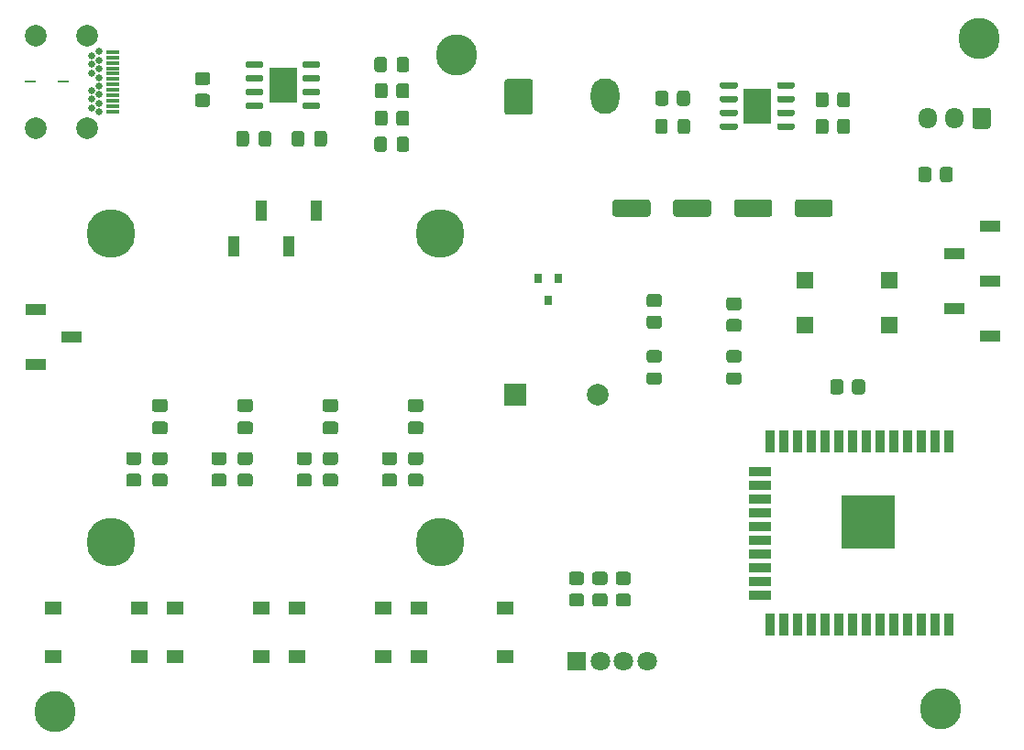
<source format=gbr>
%TF.GenerationSoftware,KiCad,Pcbnew,(5.1.10-1-10_14)*%
%TF.CreationDate,2021-12-15T11:30:22-05:00*%
%TF.ProjectId,PCB_Design,5043425f-4465-4736-9967-6e2e6b696361,rev?*%
%TF.SameCoordinates,Original*%
%TF.FileFunction,Soldermask,Top*%
%TF.FilePolarity,Negative*%
%FSLAX46Y46*%
G04 Gerber Fmt 4.6, Leading zero omitted, Abs format (unit mm)*
G04 Created by KiCad (PCBNEW (5.1.10-1-10_14)) date 2021-12-15 11:30:22*
%MOMM*%
%LPD*%
G01*
G04 APERTURE LIST*
%ADD10R,1.000000X1.900000*%
%ADD11C,4.500000*%
%ADD12C,3.800000*%
%ADD13R,1.500000X1.500000*%
%ADD14O,2.640000X3.300000*%
%ADD15R,1.900000X1.000000*%
%ADD16R,1.550000X1.300000*%
%ADD17R,2.000000X2.000000*%
%ADD18C,2.000000*%
%ADD19R,1.800000X1.800000*%
%ADD20C,1.800000*%
%ADD21R,2.514000X3.200000*%
%ADD22C,0.650000*%
%ADD23R,1.200000X0.300000*%
%ADD24R,1.000000X0.200000*%
%ADD25C,2.012000*%
%ADD26R,0.800000X0.900000*%
%ADD27O,1.700000X1.950000*%
%ADD28R,5.000000X5.000000*%
%ADD29R,0.900000X2.000000*%
%ADD30R,2.000000X0.900000*%
G04 APERTURE END LIST*
D10*
%TO.C,Conn_OLED1*%
X91503500Y-110110000D03*
X86423500Y-110110000D03*
X88963500Y-113410000D03*
X83883500Y-113410000D03*
D11*
X72493500Y-140760000D03*
X72493500Y-112260000D03*
X102893500Y-112260000D03*
X102893500Y-140760000D03*
%TD*%
D12*
%TO.C,Tornillo vier*%
X149098000Y-156210000D03*
%TD*%
%TO.C,Tornillo drei*%
X67310000Y-156464000D03*
%TD*%
%TO.C,Tornillo zwei*%
X152654000Y-94234000D03*
%TD*%
%TO.C,Tornillo eins*%
X104394000Y-95758000D03*
%TD*%
D13*
%TO.C,SW1*%
X136612800Y-120700800D03*
X144412800Y-120700800D03*
%TD*%
%TO.C,SW2*%
X144412800Y-116586000D03*
X136612800Y-116586000D03*
%TD*%
D14*
%TO.C,SW_ONOFF1*%
X118110000Y-99568000D03*
G36*
G01*
X111242500Y-101281500D02*
X109102500Y-101281500D01*
G75*
G02*
X108852500Y-101031500I0J250000D01*
G01*
X108852500Y-98231500D01*
G75*
G02*
X109102500Y-97981500I250000J0D01*
G01*
X111242500Y-97981500D01*
G75*
G02*
X111492500Y-98231500I0J-250000D01*
G01*
X111492500Y-101031500D01*
G75*
G02*
X111242500Y-101281500I-250000J0D01*
G01*
G37*
%TD*%
D15*
%TO.C,Conn_prog1*%
X150369000Y-114109500D03*
X150369000Y-119189500D03*
X153669000Y-111569500D03*
X153669000Y-116649500D03*
X153669000Y-121729500D03*
%TD*%
%TO.C,Conn_I2C1*%
X68833000Y-121856500D03*
X65533000Y-124396500D03*
X65533000Y-119316500D03*
%TD*%
D16*
%TO.C,BT4*%
X67208500Y-146911500D03*
X67208500Y-151411500D03*
X75158500Y-151411500D03*
X75158500Y-146911500D03*
%TD*%
%TO.C,BT3*%
X78448000Y-146911500D03*
X78448000Y-151411500D03*
X86398000Y-151411500D03*
X86398000Y-146911500D03*
%TD*%
%TO.C,BT2*%
X89687500Y-146911500D03*
X89687500Y-151411500D03*
X97637500Y-151411500D03*
X97637500Y-146911500D03*
%TD*%
%TO.C,BT1*%
X100927500Y-146911500D03*
X100927500Y-151411500D03*
X108877500Y-151411500D03*
X108877500Y-146911500D03*
%TD*%
%TO.C,Cd4*%
G36*
G01*
X76550500Y-129651000D02*
X77500500Y-129651000D01*
G75*
G02*
X77750500Y-129901000I0J-250000D01*
G01*
X77750500Y-130576000D01*
G75*
G02*
X77500500Y-130826000I-250000J0D01*
G01*
X76550500Y-130826000D01*
G75*
G02*
X76300500Y-130576000I0J250000D01*
G01*
X76300500Y-129901000D01*
G75*
G02*
X76550500Y-129651000I250000J0D01*
G01*
G37*
G36*
G01*
X76550500Y-127576000D02*
X77500500Y-127576000D01*
G75*
G02*
X77750500Y-127826000I0J-250000D01*
G01*
X77750500Y-128501000D01*
G75*
G02*
X77500500Y-128751000I-250000J0D01*
G01*
X76550500Y-128751000D01*
G75*
G02*
X76300500Y-128501000I0J250000D01*
G01*
X76300500Y-127826000D01*
G75*
G02*
X76550500Y-127576000I250000J0D01*
G01*
G37*
%TD*%
%TO.C,Cd3*%
G36*
G01*
X84424500Y-129651000D02*
X85374500Y-129651000D01*
G75*
G02*
X85624500Y-129901000I0J-250000D01*
G01*
X85624500Y-130576000D01*
G75*
G02*
X85374500Y-130826000I-250000J0D01*
G01*
X84424500Y-130826000D01*
G75*
G02*
X84174500Y-130576000I0J250000D01*
G01*
X84174500Y-129901000D01*
G75*
G02*
X84424500Y-129651000I250000J0D01*
G01*
G37*
G36*
G01*
X84424500Y-127576000D02*
X85374500Y-127576000D01*
G75*
G02*
X85624500Y-127826000I0J-250000D01*
G01*
X85624500Y-128501000D01*
G75*
G02*
X85374500Y-128751000I-250000J0D01*
G01*
X84424500Y-128751000D01*
G75*
G02*
X84174500Y-128501000I0J250000D01*
G01*
X84174500Y-127826000D01*
G75*
G02*
X84424500Y-127576000I250000J0D01*
G01*
G37*
%TD*%
%TO.C,Cd2*%
G36*
G01*
X92298500Y-129651000D02*
X93248500Y-129651000D01*
G75*
G02*
X93498500Y-129901000I0J-250000D01*
G01*
X93498500Y-130576000D01*
G75*
G02*
X93248500Y-130826000I-250000J0D01*
G01*
X92298500Y-130826000D01*
G75*
G02*
X92048500Y-130576000I0J250000D01*
G01*
X92048500Y-129901000D01*
G75*
G02*
X92298500Y-129651000I250000J0D01*
G01*
G37*
G36*
G01*
X92298500Y-127576000D02*
X93248500Y-127576000D01*
G75*
G02*
X93498500Y-127826000I0J-250000D01*
G01*
X93498500Y-128501000D01*
G75*
G02*
X93248500Y-128751000I-250000J0D01*
G01*
X92298500Y-128751000D01*
G75*
G02*
X92048500Y-128501000I0J250000D01*
G01*
X92048500Y-127826000D01*
G75*
G02*
X92298500Y-127576000I250000J0D01*
G01*
G37*
%TD*%
%TO.C,Cd1*%
G36*
G01*
X100172500Y-129651000D02*
X101122500Y-129651000D01*
G75*
G02*
X101372500Y-129901000I0J-250000D01*
G01*
X101372500Y-130576000D01*
G75*
G02*
X101122500Y-130826000I-250000J0D01*
G01*
X100172500Y-130826000D01*
G75*
G02*
X99922500Y-130576000I0J250000D01*
G01*
X99922500Y-129901000D01*
G75*
G02*
X100172500Y-129651000I250000J0D01*
G01*
G37*
G36*
G01*
X100172500Y-127576000D02*
X101122500Y-127576000D01*
G75*
G02*
X101372500Y-127826000I0J-250000D01*
G01*
X101372500Y-128501000D01*
G75*
G02*
X101122500Y-128751000I-250000J0D01*
G01*
X100172500Y-128751000D01*
G75*
G02*
X99922500Y-128501000I0J250000D01*
G01*
X99922500Y-127826000D01*
G75*
G02*
X100172500Y-127576000I250000J0D01*
G01*
G37*
%TD*%
%TO.C,C2*%
G36*
G01*
X90376500Y-103030000D02*
X90376500Y-103980000D01*
G75*
G02*
X90126500Y-104230000I-250000J0D01*
G01*
X89451500Y-104230000D01*
G75*
G02*
X89201500Y-103980000I0J250000D01*
G01*
X89201500Y-103030000D01*
G75*
G02*
X89451500Y-102780000I250000J0D01*
G01*
X90126500Y-102780000D01*
G75*
G02*
X90376500Y-103030000I0J-250000D01*
G01*
G37*
G36*
G01*
X92451500Y-103030000D02*
X92451500Y-103980000D01*
G75*
G02*
X92201500Y-104230000I-250000J0D01*
G01*
X91526500Y-104230000D01*
G75*
G02*
X91276500Y-103980000I0J250000D01*
G01*
X91276500Y-103030000D01*
G75*
G02*
X91526500Y-102780000I250000J0D01*
G01*
X92201500Y-102780000D01*
G75*
G02*
X92451500Y-103030000I0J-250000D01*
G01*
G37*
%TD*%
%TO.C,C1*%
G36*
G01*
X86153500Y-103980000D02*
X86153500Y-103030000D01*
G75*
G02*
X86403500Y-102780000I250000J0D01*
G01*
X87078500Y-102780000D01*
G75*
G02*
X87328500Y-103030000I0J-250000D01*
G01*
X87328500Y-103980000D01*
G75*
G02*
X87078500Y-104230000I-250000J0D01*
G01*
X86403500Y-104230000D01*
G75*
G02*
X86153500Y-103980000I0J250000D01*
G01*
G37*
G36*
G01*
X84078500Y-103980000D02*
X84078500Y-103030000D01*
G75*
G02*
X84328500Y-102780000I250000J0D01*
G01*
X85003500Y-102780000D01*
G75*
G02*
X85253500Y-103030000I0J-250000D01*
G01*
X85253500Y-103980000D01*
G75*
G02*
X85003500Y-104230000I-250000J0D01*
G01*
X84328500Y-104230000D01*
G75*
G02*
X84078500Y-103980000I0J250000D01*
G01*
G37*
%TD*%
%TO.C,4.7k1*%
G36*
G01*
X149069500Y-107257001D02*
X149069500Y-106356999D01*
G75*
G02*
X149319499Y-106107000I249999J0D01*
G01*
X150019501Y-106107000D01*
G75*
G02*
X150269500Y-106356999I0J-249999D01*
G01*
X150269500Y-107257001D01*
G75*
G02*
X150019501Y-107507000I-249999J0D01*
G01*
X149319499Y-107507000D01*
G75*
G02*
X149069500Y-107257001I0J249999D01*
G01*
G37*
G36*
G01*
X147069500Y-107257001D02*
X147069500Y-106356999D01*
G75*
G02*
X147319499Y-106107000I249999J0D01*
G01*
X148019501Y-106107000D01*
G75*
G02*
X148269500Y-106356999I0J-249999D01*
G01*
X148269500Y-107257001D01*
G75*
G02*
X148019501Y-107507000I-249999J0D01*
G01*
X147319499Y-107507000D01*
G75*
G02*
X147069500Y-107257001I0J249999D01*
G01*
G37*
%TD*%
D17*
%TO.C,Buzzer1*%
X109855000Y-127190500D03*
D18*
X117455000Y-127190500D03*
%TD*%
D19*
%TO.C,D1*%
X115519200Y-151790400D03*
D20*
X117678200Y-151790400D03*
X119837200Y-151790400D03*
X121996200Y-151790400D03*
%TD*%
%TO.C,FlagLED_R1*%
G36*
G01*
X122787500Y-102812001D02*
X122787500Y-101911999D01*
G75*
G02*
X123037499Y-101662000I249999J0D01*
G01*
X123687501Y-101662000D01*
G75*
G02*
X123937500Y-101911999I0J-249999D01*
G01*
X123937500Y-102812001D01*
G75*
G02*
X123687501Y-103062000I-249999J0D01*
G01*
X123037499Y-103062000D01*
G75*
G02*
X122787500Y-102812001I0J249999D01*
G01*
G37*
G36*
G01*
X124837500Y-102812001D02*
X124837500Y-101911999D01*
G75*
G02*
X125087499Y-101662000I249999J0D01*
G01*
X125737501Y-101662000D01*
G75*
G02*
X125987500Y-101911999I0J-249999D01*
G01*
X125987500Y-102812001D01*
G75*
G02*
X125737501Y-103062000I-249999J0D01*
G01*
X125087499Y-103062000D01*
G75*
G02*
X124837500Y-102812001I0J249999D01*
G01*
G37*
%TD*%
%TO.C,gLED1*%
G36*
G01*
X97991400Y-103562999D02*
X97991400Y-104463001D01*
G75*
G02*
X97741401Y-104713000I-249999J0D01*
G01*
X97091399Y-104713000D01*
G75*
G02*
X96841400Y-104463001I0J249999D01*
G01*
X96841400Y-103562999D01*
G75*
G02*
X97091399Y-103313000I249999J0D01*
G01*
X97741401Y-103313000D01*
G75*
G02*
X97991400Y-103562999I0J-249999D01*
G01*
G37*
G36*
G01*
X100041400Y-103562999D02*
X100041400Y-104463001D01*
G75*
G02*
X99791401Y-104713000I-249999J0D01*
G01*
X99141399Y-104713000D01*
G75*
G02*
X98891400Y-104463001I0J249999D01*
G01*
X98891400Y-103562999D01*
G75*
G02*
X99141399Y-103313000I249999J0D01*
G01*
X99791401Y-103313000D01*
G75*
G02*
X100041400Y-103562999I0J-249999D01*
G01*
G37*
%TD*%
D21*
%TO.C,IC1*%
X132207000Y-100457000D03*
G36*
G01*
X134032000Y-98702000D02*
X134032000Y-98402000D01*
G75*
G02*
X134182000Y-98252000I150000J0D01*
G01*
X135507000Y-98252000D01*
G75*
G02*
X135657000Y-98402000I0J-150000D01*
G01*
X135657000Y-98702000D01*
G75*
G02*
X135507000Y-98852000I-150000J0D01*
G01*
X134182000Y-98852000D01*
G75*
G02*
X134032000Y-98702000I0J150000D01*
G01*
G37*
G36*
G01*
X134032000Y-99972000D02*
X134032000Y-99672000D01*
G75*
G02*
X134182000Y-99522000I150000J0D01*
G01*
X135507000Y-99522000D01*
G75*
G02*
X135657000Y-99672000I0J-150000D01*
G01*
X135657000Y-99972000D01*
G75*
G02*
X135507000Y-100122000I-150000J0D01*
G01*
X134182000Y-100122000D01*
G75*
G02*
X134032000Y-99972000I0J150000D01*
G01*
G37*
G36*
G01*
X134032000Y-101242000D02*
X134032000Y-100942000D01*
G75*
G02*
X134182000Y-100792000I150000J0D01*
G01*
X135507000Y-100792000D01*
G75*
G02*
X135657000Y-100942000I0J-150000D01*
G01*
X135657000Y-101242000D01*
G75*
G02*
X135507000Y-101392000I-150000J0D01*
G01*
X134182000Y-101392000D01*
G75*
G02*
X134032000Y-101242000I0J150000D01*
G01*
G37*
G36*
G01*
X134032000Y-102512000D02*
X134032000Y-102212000D01*
G75*
G02*
X134182000Y-102062000I150000J0D01*
G01*
X135507000Y-102062000D01*
G75*
G02*
X135657000Y-102212000I0J-150000D01*
G01*
X135657000Y-102512000D01*
G75*
G02*
X135507000Y-102662000I-150000J0D01*
G01*
X134182000Y-102662000D01*
G75*
G02*
X134032000Y-102512000I0J150000D01*
G01*
G37*
G36*
G01*
X128757000Y-102512000D02*
X128757000Y-102212000D01*
G75*
G02*
X128907000Y-102062000I150000J0D01*
G01*
X130232000Y-102062000D01*
G75*
G02*
X130382000Y-102212000I0J-150000D01*
G01*
X130382000Y-102512000D01*
G75*
G02*
X130232000Y-102662000I-150000J0D01*
G01*
X128907000Y-102662000D01*
G75*
G02*
X128757000Y-102512000I0J150000D01*
G01*
G37*
G36*
G01*
X128757000Y-101242000D02*
X128757000Y-100942000D01*
G75*
G02*
X128907000Y-100792000I150000J0D01*
G01*
X130232000Y-100792000D01*
G75*
G02*
X130382000Y-100942000I0J-150000D01*
G01*
X130382000Y-101242000D01*
G75*
G02*
X130232000Y-101392000I-150000J0D01*
G01*
X128907000Y-101392000D01*
G75*
G02*
X128757000Y-101242000I0J150000D01*
G01*
G37*
G36*
G01*
X128757000Y-99972000D02*
X128757000Y-99672000D01*
G75*
G02*
X128907000Y-99522000I150000J0D01*
G01*
X130232000Y-99522000D01*
G75*
G02*
X130382000Y-99672000I0J-150000D01*
G01*
X130382000Y-99972000D01*
G75*
G02*
X130232000Y-100122000I-150000J0D01*
G01*
X128907000Y-100122000D01*
G75*
G02*
X128757000Y-99972000I0J150000D01*
G01*
G37*
G36*
G01*
X128757000Y-98702000D02*
X128757000Y-98402000D01*
G75*
G02*
X128907000Y-98252000I150000J0D01*
G01*
X130232000Y-98252000D01*
G75*
G02*
X130382000Y-98402000I0J-150000D01*
G01*
X130382000Y-98702000D01*
G75*
G02*
X130232000Y-98852000I-150000J0D01*
G01*
X128907000Y-98852000D01*
G75*
G02*
X128757000Y-98702000I0J150000D01*
G01*
G37*
%TD*%
%TO.C,J1*%
G36*
G01*
X84942000Y-96797000D02*
X84942000Y-96497000D01*
G75*
G02*
X85092000Y-96347000I150000J0D01*
G01*
X86417000Y-96347000D01*
G75*
G02*
X86567000Y-96497000I0J-150000D01*
G01*
X86567000Y-96797000D01*
G75*
G02*
X86417000Y-96947000I-150000J0D01*
G01*
X85092000Y-96947000D01*
G75*
G02*
X84942000Y-96797000I0J150000D01*
G01*
G37*
G36*
G01*
X84942000Y-98067000D02*
X84942000Y-97767000D01*
G75*
G02*
X85092000Y-97617000I150000J0D01*
G01*
X86417000Y-97617000D01*
G75*
G02*
X86567000Y-97767000I0J-150000D01*
G01*
X86567000Y-98067000D01*
G75*
G02*
X86417000Y-98217000I-150000J0D01*
G01*
X85092000Y-98217000D01*
G75*
G02*
X84942000Y-98067000I0J150000D01*
G01*
G37*
G36*
G01*
X84942000Y-99337000D02*
X84942000Y-99037000D01*
G75*
G02*
X85092000Y-98887000I150000J0D01*
G01*
X86417000Y-98887000D01*
G75*
G02*
X86567000Y-99037000I0J-150000D01*
G01*
X86567000Y-99337000D01*
G75*
G02*
X86417000Y-99487000I-150000J0D01*
G01*
X85092000Y-99487000D01*
G75*
G02*
X84942000Y-99337000I0J150000D01*
G01*
G37*
G36*
G01*
X84942000Y-100607000D02*
X84942000Y-100307000D01*
G75*
G02*
X85092000Y-100157000I150000J0D01*
G01*
X86417000Y-100157000D01*
G75*
G02*
X86567000Y-100307000I0J-150000D01*
G01*
X86567000Y-100607000D01*
G75*
G02*
X86417000Y-100757000I-150000J0D01*
G01*
X85092000Y-100757000D01*
G75*
G02*
X84942000Y-100607000I0J150000D01*
G01*
G37*
G36*
G01*
X90217000Y-100607000D02*
X90217000Y-100307000D01*
G75*
G02*
X90367000Y-100157000I150000J0D01*
G01*
X91692000Y-100157000D01*
G75*
G02*
X91842000Y-100307000I0J-150000D01*
G01*
X91842000Y-100607000D01*
G75*
G02*
X91692000Y-100757000I-150000J0D01*
G01*
X90367000Y-100757000D01*
G75*
G02*
X90217000Y-100607000I0J150000D01*
G01*
G37*
G36*
G01*
X90217000Y-99337000D02*
X90217000Y-99037000D01*
G75*
G02*
X90367000Y-98887000I150000J0D01*
G01*
X91692000Y-98887000D01*
G75*
G02*
X91842000Y-99037000I0J-150000D01*
G01*
X91842000Y-99337000D01*
G75*
G02*
X91692000Y-99487000I-150000J0D01*
G01*
X90367000Y-99487000D01*
G75*
G02*
X90217000Y-99337000I0J150000D01*
G01*
G37*
G36*
G01*
X90217000Y-98067000D02*
X90217000Y-97767000D01*
G75*
G02*
X90367000Y-97617000I150000J0D01*
G01*
X91692000Y-97617000D01*
G75*
G02*
X91842000Y-97767000I0J-150000D01*
G01*
X91842000Y-98067000D01*
G75*
G02*
X91692000Y-98217000I-150000J0D01*
G01*
X90367000Y-98217000D01*
G75*
G02*
X90217000Y-98067000I0J150000D01*
G01*
G37*
G36*
G01*
X90217000Y-96797000D02*
X90217000Y-96497000D01*
G75*
G02*
X90367000Y-96347000I150000J0D01*
G01*
X91692000Y-96347000D01*
G75*
G02*
X91842000Y-96497000I0J-150000D01*
G01*
X91842000Y-96797000D01*
G75*
G02*
X91692000Y-96947000I-150000J0D01*
G01*
X90367000Y-96947000D01*
G75*
G02*
X90217000Y-96797000I0J150000D01*
G01*
G37*
X88392000Y-98552000D03*
%TD*%
D22*
%TO.C,J2*%
X71447000Y-95434500D03*
X70747000Y-95834500D03*
X70747000Y-96634500D03*
X71447000Y-97034500D03*
X70747000Y-97434500D03*
X71447000Y-97834500D03*
X71447000Y-98634500D03*
X70747000Y-99034500D03*
X71447000Y-99434500D03*
X70747000Y-99834500D03*
X70747000Y-100634500D03*
X71447000Y-101034500D03*
D23*
X72697000Y-100984500D03*
X72697000Y-100484500D03*
X72697000Y-99984500D03*
X72697000Y-99484500D03*
X72697000Y-98984500D03*
X72697000Y-98484500D03*
X72697000Y-97984500D03*
X72697000Y-97484500D03*
X72697000Y-96984500D03*
X72697000Y-96484500D03*
X72697000Y-95984500D03*
X72697000Y-95484500D03*
D24*
X65017000Y-98234500D03*
X68117000Y-98234500D03*
D25*
X65567000Y-93964500D03*
X65567000Y-102504500D03*
X70297000Y-93964500D03*
X70297000Y-102504500D03*
D22*
X71447000Y-96234500D03*
X71447000Y-100234500D03*
%TD*%
%TO.C,LED_Piloto_G1*%
G36*
G01*
X130498001Y-124191500D02*
X129597999Y-124191500D01*
G75*
G02*
X129348000Y-123941501I0J249999D01*
G01*
X129348000Y-123291499D01*
G75*
G02*
X129597999Y-123041500I249999J0D01*
G01*
X130498001Y-123041500D01*
G75*
G02*
X130748000Y-123291499I0J-249999D01*
G01*
X130748000Y-123941501D01*
G75*
G02*
X130498001Y-124191500I-249999J0D01*
G01*
G37*
G36*
G01*
X130498001Y-126241500D02*
X129597999Y-126241500D01*
G75*
G02*
X129348000Y-125991501I0J249999D01*
G01*
X129348000Y-125341499D01*
G75*
G02*
X129597999Y-125091500I249999J0D01*
G01*
X130498001Y-125091500D01*
G75*
G02*
X130748000Y-125341499I0J-249999D01*
G01*
X130748000Y-125991501D01*
G75*
G02*
X130498001Y-126241500I-249999J0D01*
G01*
G37*
%TD*%
%TO.C,LED_Prog_B1*%
G36*
G01*
X122231999Y-123041500D02*
X123132001Y-123041500D01*
G75*
G02*
X123382000Y-123291499I0J-249999D01*
G01*
X123382000Y-123941501D01*
G75*
G02*
X123132001Y-124191500I-249999J0D01*
G01*
X122231999Y-124191500D01*
G75*
G02*
X121982000Y-123941501I0J249999D01*
G01*
X121982000Y-123291499D01*
G75*
G02*
X122231999Y-123041500I249999J0D01*
G01*
G37*
G36*
G01*
X122231999Y-125091500D02*
X123132001Y-125091500D01*
G75*
G02*
X123382000Y-125341499I0J-249999D01*
G01*
X123382000Y-125991501D01*
G75*
G02*
X123132001Y-126241500I-249999J0D01*
G01*
X122231999Y-126241500D01*
G75*
G02*
X121982000Y-125991501I0J249999D01*
G01*
X121982000Y-125341499D01*
G75*
G02*
X122231999Y-125091500I249999J0D01*
G01*
G37*
%TD*%
D26*
%TO.C,NMOS_Buzzer1*%
X113853000Y-116411500D03*
X111953000Y-116411500D03*
X112903000Y-118411500D03*
%TD*%
%TO.C,R1*%
G36*
G01*
X140776000Y-101911999D02*
X140776000Y-102812001D01*
G75*
G02*
X140526001Y-103062000I-249999J0D01*
G01*
X139825999Y-103062000D01*
G75*
G02*
X139576000Y-102812001I0J249999D01*
G01*
X139576000Y-101911999D01*
G75*
G02*
X139825999Y-101662000I249999J0D01*
G01*
X140526001Y-101662000D01*
G75*
G02*
X140776000Y-101911999I0J-249999D01*
G01*
G37*
G36*
G01*
X138776000Y-101911999D02*
X138776000Y-102812001D01*
G75*
G02*
X138526001Y-103062000I-249999J0D01*
G01*
X137825999Y-103062000D01*
G75*
G02*
X137576000Y-102812001I0J249999D01*
G01*
X137576000Y-101911999D01*
G75*
G02*
X137825999Y-101662000I249999J0D01*
G01*
X138526001Y-101662000D01*
G75*
G02*
X138776000Y-101911999I0J-249999D01*
G01*
G37*
%TD*%
%TO.C,R2*%
G36*
G01*
X137576000Y-100335501D02*
X137576000Y-99435499D01*
G75*
G02*
X137825999Y-99185500I249999J0D01*
G01*
X138526001Y-99185500D01*
G75*
G02*
X138776000Y-99435499I0J-249999D01*
G01*
X138776000Y-100335501D01*
G75*
G02*
X138526001Y-100585500I-249999J0D01*
G01*
X137825999Y-100585500D01*
G75*
G02*
X137576000Y-100335501I0J249999D01*
G01*
G37*
G36*
G01*
X139576000Y-100335501D02*
X139576000Y-99435499D01*
G75*
G02*
X139825999Y-99185500I249999J0D01*
G01*
X140526001Y-99185500D01*
G75*
G02*
X140776000Y-99435499I0J-249999D01*
G01*
X140776000Y-100335501D01*
G75*
G02*
X140526001Y-100585500I-249999J0D01*
G01*
X139825999Y-100585500D01*
G75*
G02*
X139576000Y-100335501I0J249999D01*
G01*
G37*
%TD*%
%TO.C,R_gLED1*%
G36*
G01*
X96866400Y-102050001D02*
X96866400Y-101149999D01*
G75*
G02*
X97116399Y-100900000I249999J0D01*
G01*
X97816401Y-100900000D01*
G75*
G02*
X98066400Y-101149999I0J-249999D01*
G01*
X98066400Y-102050001D01*
G75*
G02*
X97816401Y-102300000I-249999J0D01*
G01*
X97116399Y-102300000D01*
G75*
G02*
X96866400Y-102050001I0J249999D01*
G01*
G37*
G36*
G01*
X98866400Y-102050001D02*
X98866400Y-101149999D01*
G75*
G02*
X99116399Y-100900000I249999J0D01*
G01*
X99816401Y-100900000D01*
G75*
G02*
X100066400Y-101149999I0J-249999D01*
G01*
X100066400Y-102050001D01*
G75*
G02*
X99816401Y-102300000I-249999J0D01*
G01*
X99116399Y-102300000D01*
G75*
G02*
X98866400Y-102050001I0J249999D01*
G01*
G37*
%TD*%
%TO.C,R_Piloto1*%
G36*
G01*
X129597999Y-120161000D02*
X130498001Y-120161000D01*
G75*
G02*
X130748000Y-120410999I0J-249999D01*
G01*
X130748000Y-121111001D01*
G75*
G02*
X130498001Y-121361000I-249999J0D01*
G01*
X129597999Y-121361000D01*
G75*
G02*
X129348000Y-121111001I0J249999D01*
G01*
X129348000Y-120410999D01*
G75*
G02*
X129597999Y-120161000I249999J0D01*
G01*
G37*
G36*
G01*
X129597999Y-118161000D02*
X130498001Y-118161000D01*
G75*
G02*
X130748000Y-118410999I0J-249999D01*
G01*
X130748000Y-119111001D01*
G75*
G02*
X130498001Y-119361000I-249999J0D01*
G01*
X129597999Y-119361000D01*
G75*
G02*
X129348000Y-119111001I0J249999D01*
G01*
X129348000Y-118410999D01*
G75*
G02*
X129597999Y-118161000I249999J0D01*
G01*
G37*
%TD*%
%TO.C,R_PROG1*%
G36*
G01*
X80512499Y-99349000D02*
X81412501Y-99349000D01*
G75*
G02*
X81662500Y-99598999I0J-249999D01*
G01*
X81662500Y-100299001D01*
G75*
G02*
X81412501Y-100549000I-249999J0D01*
G01*
X80512499Y-100549000D01*
G75*
G02*
X80262500Y-100299001I0J249999D01*
G01*
X80262500Y-99598999D01*
G75*
G02*
X80512499Y-99349000I249999J0D01*
G01*
G37*
G36*
G01*
X80512499Y-97349000D02*
X81412501Y-97349000D01*
G75*
G02*
X81662500Y-97598999I0J-249999D01*
G01*
X81662500Y-98299001D01*
G75*
G02*
X81412501Y-98549000I-249999J0D01*
G01*
X80512499Y-98549000D01*
G75*
G02*
X80262500Y-98299001I0J249999D01*
G01*
X80262500Y-97598999D01*
G75*
G02*
X80512499Y-97349000I249999J0D01*
G01*
G37*
%TD*%
%TO.C,R_Prog_B1*%
G36*
G01*
X122231999Y-119859500D02*
X123132001Y-119859500D01*
G75*
G02*
X123382000Y-120109499I0J-249999D01*
G01*
X123382000Y-120809501D01*
G75*
G02*
X123132001Y-121059500I-249999J0D01*
G01*
X122231999Y-121059500D01*
G75*
G02*
X121982000Y-120809501I0J249999D01*
G01*
X121982000Y-120109499D01*
G75*
G02*
X122231999Y-119859500I249999J0D01*
G01*
G37*
G36*
G01*
X122231999Y-117859500D02*
X123132001Y-117859500D01*
G75*
G02*
X123382000Y-118109499I0J-249999D01*
G01*
X123382000Y-118809501D01*
G75*
G02*
X123132001Y-119059500I-249999J0D01*
G01*
X122231999Y-119059500D01*
G75*
G02*
X121982000Y-118809501I0J249999D01*
G01*
X121982000Y-118109499D01*
G75*
G02*
X122231999Y-117859500I249999J0D01*
G01*
G37*
%TD*%
%TO.C,R_RGB_B1*%
G36*
G01*
X115956501Y-144745000D02*
X115056499Y-144745000D01*
G75*
G02*
X114806500Y-144495001I0J249999D01*
G01*
X114806500Y-143794999D01*
G75*
G02*
X115056499Y-143545000I249999J0D01*
G01*
X115956501Y-143545000D01*
G75*
G02*
X116206500Y-143794999I0J-249999D01*
G01*
X116206500Y-144495001D01*
G75*
G02*
X115956501Y-144745000I-249999J0D01*
G01*
G37*
G36*
G01*
X115956501Y-146745000D02*
X115056499Y-146745000D01*
G75*
G02*
X114806500Y-146495001I0J249999D01*
G01*
X114806500Y-145794999D01*
G75*
G02*
X115056499Y-145545000I249999J0D01*
G01*
X115956501Y-145545000D01*
G75*
G02*
X116206500Y-145794999I0J-249999D01*
G01*
X116206500Y-146495001D01*
G75*
G02*
X115956501Y-146745000I-249999J0D01*
G01*
G37*
%TD*%
%TO.C,R_RGB_G1*%
G36*
G01*
X118115501Y-146745000D02*
X117215499Y-146745000D01*
G75*
G02*
X116965500Y-146495001I0J249999D01*
G01*
X116965500Y-145794999D01*
G75*
G02*
X117215499Y-145545000I249999J0D01*
G01*
X118115501Y-145545000D01*
G75*
G02*
X118365500Y-145794999I0J-249999D01*
G01*
X118365500Y-146495001D01*
G75*
G02*
X118115501Y-146745000I-249999J0D01*
G01*
G37*
G36*
G01*
X118115501Y-144745000D02*
X117215499Y-144745000D01*
G75*
G02*
X116965500Y-144495001I0J249999D01*
G01*
X116965500Y-143794999D01*
G75*
G02*
X117215499Y-143545000I249999J0D01*
G01*
X118115501Y-143545000D01*
G75*
G02*
X118365500Y-143794999I0J-249999D01*
G01*
X118365500Y-144495001D01*
G75*
G02*
X118115501Y-144745000I-249999J0D01*
G01*
G37*
%TD*%
%TO.C,R_RGB_R1*%
G36*
G01*
X120274501Y-144745000D02*
X119374499Y-144745000D01*
G75*
G02*
X119124500Y-144495001I0J249999D01*
G01*
X119124500Y-143794999D01*
G75*
G02*
X119374499Y-143545000I249999J0D01*
G01*
X120274501Y-143545000D01*
G75*
G02*
X120524500Y-143794999I0J-249999D01*
G01*
X120524500Y-144495001D01*
G75*
G02*
X120274501Y-144745000I-249999J0D01*
G01*
G37*
G36*
G01*
X120274501Y-146745000D02*
X119374499Y-146745000D01*
G75*
G02*
X119124500Y-146495001I0J249999D01*
G01*
X119124500Y-145794999D01*
G75*
G02*
X119374499Y-145545000I249999J0D01*
G01*
X120274501Y-145545000D01*
G75*
G02*
X120524500Y-145794999I0J-249999D01*
G01*
X120524500Y-146495001D01*
G75*
G02*
X120274501Y-146745000I-249999J0D01*
G01*
G37*
%TD*%
%TO.C,R_rLED1*%
G36*
G01*
X100066400Y-98609999D02*
X100066400Y-99510001D01*
G75*
G02*
X99816401Y-99760000I-249999J0D01*
G01*
X99116399Y-99760000D01*
G75*
G02*
X98866400Y-99510001I0J249999D01*
G01*
X98866400Y-98609999D01*
G75*
G02*
X99116399Y-98360000I249999J0D01*
G01*
X99816401Y-98360000D01*
G75*
G02*
X100066400Y-98609999I0J-249999D01*
G01*
G37*
G36*
G01*
X98066400Y-98609999D02*
X98066400Y-99510001D01*
G75*
G02*
X97816401Y-99760000I-249999J0D01*
G01*
X97116399Y-99760000D01*
G75*
G02*
X96866400Y-99510001I0J249999D01*
G01*
X96866400Y-98609999D01*
G75*
G02*
X97116399Y-98360000I249999J0D01*
G01*
X97816401Y-98360000D01*
G75*
G02*
X98066400Y-98609999I0J-249999D01*
G01*
G37*
%TD*%
%TO.C,R_rLed1*%
G36*
G01*
X124780500Y-100208501D02*
X124780500Y-99308499D01*
G75*
G02*
X125030499Y-99058500I249999J0D01*
G01*
X125730501Y-99058500D01*
G75*
G02*
X125980500Y-99308499I0J-249999D01*
G01*
X125980500Y-100208501D01*
G75*
G02*
X125730501Y-100458500I-249999J0D01*
G01*
X125030499Y-100458500D01*
G75*
G02*
X124780500Y-100208501I0J249999D01*
G01*
G37*
G36*
G01*
X122780500Y-100208501D02*
X122780500Y-99308499D01*
G75*
G02*
X123030499Y-99058500I249999J0D01*
G01*
X123730501Y-99058500D01*
G75*
G02*
X123980500Y-99308499I0J-249999D01*
G01*
X123980500Y-100208501D01*
G75*
G02*
X123730501Y-100458500I-249999J0D01*
G01*
X123030499Y-100458500D01*
G75*
G02*
X122780500Y-100208501I0J249999D01*
G01*
G37*
%TD*%
%TO.C,Rd1*%
G36*
G01*
X100197499Y-132464500D02*
X101097501Y-132464500D01*
G75*
G02*
X101347500Y-132714499I0J-249999D01*
G01*
X101347500Y-133414501D01*
G75*
G02*
X101097501Y-133664500I-249999J0D01*
G01*
X100197499Y-133664500D01*
G75*
G02*
X99947500Y-133414501I0J249999D01*
G01*
X99947500Y-132714499D01*
G75*
G02*
X100197499Y-132464500I249999J0D01*
G01*
G37*
G36*
G01*
X100197499Y-134464500D02*
X101097501Y-134464500D01*
G75*
G02*
X101347500Y-134714499I0J-249999D01*
G01*
X101347500Y-135414501D01*
G75*
G02*
X101097501Y-135664500I-249999J0D01*
G01*
X100197499Y-135664500D01*
G75*
G02*
X99947500Y-135414501I0J249999D01*
G01*
X99947500Y-134714499D01*
G75*
G02*
X100197499Y-134464500I249999J0D01*
G01*
G37*
%TD*%
%TO.C,Rd2*%
G36*
G01*
X92323499Y-132464500D02*
X93223501Y-132464500D01*
G75*
G02*
X93473500Y-132714499I0J-249999D01*
G01*
X93473500Y-133414501D01*
G75*
G02*
X93223501Y-133664500I-249999J0D01*
G01*
X92323499Y-133664500D01*
G75*
G02*
X92073500Y-133414501I0J249999D01*
G01*
X92073500Y-132714499D01*
G75*
G02*
X92323499Y-132464500I249999J0D01*
G01*
G37*
G36*
G01*
X92323499Y-134464500D02*
X93223501Y-134464500D01*
G75*
G02*
X93473500Y-134714499I0J-249999D01*
G01*
X93473500Y-135414501D01*
G75*
G02*
X93223501Y-135664500I-249999J0D01*
G01*
X92323499Y-135664500D01*
G75*
G02*
X92073500Y-135414501I0J249999D01*
G01*
X92073500Y-134714499D01*
G75*
G02*
X92323499Y-134464500I249999J0D01*
G01*
G37*
%TD*%
%TO.C,Rd3*%
G36*
G01*
X84449499Y-132464500D02*
X85349501Y-132464500D01*
G75*
G02*
X85599500Y-132714499I0J-249999D01*
G01*
X85599500Y-133414501D01*
G75*
G02*
X85349501Y-133664500I-249999J0D01*
G01*
X84449499Y-133664500D01*
G75*
G02*
X84199500Y-133414501I0J249999D01*
G01*
X84199500Y-132714499D01*
G75*
G02*
X84449499Y-132464500I249999J0D01*
G01*
G37*
G36*
G01*
X84449499Y-134464500D02*
X85349501Y-134464500D01*
G75*
G02*
X85599500Y-134714499I0J-249999D01*
G01*
X85599500Y-135414501D01*
G75*
G02*
X85349501Y-135664500I-249999J0D01*
G01*
X84449499Y-135664500D01*
G75*
G02*
X84199500Y-135414501I0J249999D01*
G01*
X84199500Y-134714499D01*
G75*
G02*
X84449499Y-134464500I249999J0D01*
G01*
G37*
%TD*%
%TO.C,Rd4*%
G36*
G01*
X76575499Y-134464500D02*
X77475501Y-134464500D01*
G75*
G02*
X77725500Y-134714499I0J-249999D01*
G01*
X77725500Y-135414501D01*
G75*
G02*
X77475501Y-135664500I-249999J0D01*
G01*
X76575499Y-135664500D01*
G75*
G02*
X76325500Y-135414501I0J249999D01*
G01*
X76325500Y-134714499D01*
G75*
G02*
X76575499Y-134464500I249999J0D01*
G01*
G37*
G36*
G01*
X76575499Y-132464500D02*
X77475501Y-132464500D01*
G75*
G02*
X77725500Y-132714499I0J-249999D01*
G01*
X77725500Y-133414501D01*
G75*
G02*
X77475501Y-133664500I-249999J0D01*
G01*
X76575499Y-133664500D01*
G75*
G02*
X76325500Y-133414501I0J249999D01*
G01*
X76325500Y-132714499D01*
G75*
G02*
X76575499Y-132464500I249999J0D01*
G01*
G37*
%TD*%
%TO.C,Ren1*%
G36*
G01*
X140147600Y-125991199D02*
X140147600Y-126891201D01*
G75*
G02*
X139897601Y-127141200I-249999J0D01*
G01*
X139197599Y-127141200D01*
G75*
G02*
X138947600Y-126891201I0J249999D01*
G01*
X138947600Y-125991199D01*
G75*
G02*
X139197599Y-125741200I249999J0D01*
G01*
X139897601Y-125741200D01*
G75*
G02*
X140147600Y-125991199I0J-249999D01*
G01*
G37*
G36*
G01*
X142147600Y-125991199D02*
X142147600Y-126891201D01*
G75*
G02*
X141897601Y-127141200I-249999J0D01*
G01*
X141197599Y-127141200D01*
G75*
G02*
X140947600Y-126891201I0J249999D01*
G01*
X140947600Y-125991199D01*
G75*
G02*
X141197599Y-125741200I249999J0D01*
G01*
X141897601Y-125741200D01*
G75*
G02*
X142147600Y-125991199I0J-249999D01*
G01*
G37*
%TD*%
%TO.C,rLED1*%
G36*
G01*
X100041400Y-96196999D02*
X100041400Y-97097001D01*
G75*
G02*
X99791401Y-97347000I-249999J0D01*
G01*
X99141399Y-97347000D01*
G75*
G02*
X98891400Y-97097001I0J249999D01*
G01*
X98891400Y-96196999D01*
G75*
G02*
X99141399Y-95947000I249999J0D01*
G01*
X99791401Y-95947000D01*
G75*
G02*
X100041400Y-96196999I0J-249999D01*
G01*
G37*
G36*
G01*
X97991400Y-96196999D02*
X97991400Y-97097001D01*
G75*
G02*
X97741401Y-97347000I-249999J0D01*
G01*
X97091399Y-97347000D01*
G75*
G02*
X96841400Y-97097001I0J249999D01*
G01*
X96841400Y-96196999D01*
G75*
G02*
X97091399Y-95947000I249999J0D01*
G01*
X97741401Y-95947000D01*
G75*
G02*
X97991400Y-96196999I0J-249999D01*
G01*
G37*
%TD*%
%TO.C,Rogers1*%
G36*
G01*
X133576000Y-109368500D02*
X133576000Y-110468500D01*
G75*
G02*
X133326000Y-110718500I-250000J0D01*
G01*
X130326000Y-110718500D01*
G75*
G02*
X130076000Y-110468500I0J250000D01*
G01*
X130076000Y-109368500D01*
G75*
G02*
X130326000Y-109118500I250000J0D01*
G01*
X133326000Y-109118500D01*
G75*
G02*
X133576000Y-109368500I0J-250000D01*
G01*
G37*
G36*
G01*
X139176000Y-109368500D02*
X139176000Y-110468500D01*
G75*
G02*
X138926000Y-110718500I-250000J0D01*
G01*
X135926000Y-110718500D01*
G75*
G02*
X135676000Y-110468500I0J250000D01*
G01*
X135676000Y-109368500D01*
G75*
G02*
X135926000Y-109118500I250000J0D01*
G01*
X138926000Y-109118500D01*
G75*
G02*
X139176000Y-109368500I0J-250000D01*
G01*
G37*
%TD*%
%TO.C,Rpd1*%
G36*
G01*
X98684501Y-133664500D02*
X97784499Y-133664500D01*
G75*
G02*
X97534500Y-133414501I0J249999D01*
G01*
X97534500Y-132714499D01*
G75*
G02*
X97784499Y-132464500I249999J0D01*
G01*
X98684501Y-132464500D01*
G75*
G02*
X98934500Y-132714499I0J-249999D01*
G01*
X98934500Y-133414501D01*
G75*
G02*
X98684501Y-133664500I-249999J0D01*
G01*
G37*
G36*
G01*
X98684501Y-135664500D02*
X97784499Y-135664500D01*
G75*
G02*
X97534500Y-135414501I0J249999D01*
G01*
X97534500Y-134714499D01*
G75*
G02*
X97784499Y-134464500I249999J0D01*
G01*
X98684501Y-134464500D01*
G75*
G02*
X98934500Y-134714499I0J-249999D01*
G01*
X98934500Y-135414501D01*
G75*
G02*
X98684501Y-135664500I-249999J0D01*
G01*
G37*
%TD*%
%TO.C,Rpd2*%
G36*
G01*
X90810501Y-135664500D02*
X89910499Y-135664500D01*
G75*
G02*
X89660500Y-135414501I0J249999D01*
G01*
X89660500Y-134714499D01*
G75*
G02*
X89910499Y-134464500I249999J0D01*
G01*
X90810501Y-134464500D01*
G75*
G02*
X91060500Y-134714499I0J-249999D01*
G01*
X91060500Y-135414501D01*
G75*
G02*
X90810501Y-135664500I-249999J0D01*
G01*
G37*
G36*
G01*
X90810501Y-133664500D02*
X89910499Y-133664500D01*
G75*
G02*
X89660500Y-133414501I0J249999D01*
G01*
X89660500Y-132714499D01*
G75*
G02*
X89910499Y-132464500I249999J0D01*
G01*
X90810501Y-132464500D01*
G75*
G02*
X91060500Y-132714499I0J-249999D01*
G01*
X91060500Y-133414501D01*
G75*
G02*
X90810501Y-133664500I-249999J0D01*
G01*
G37*
%TD*%
%TO.C,Rpd3*%
G36*
G01*
X82936501Y-135664500D02*
X82036499Y-135664500D01*
G75*
G02*
X81786500Y-135414501I0J249999D01*
G01*
X81786500Y-134714499D01*
G75*
G02*
X82036499Y-134464500I249999J0D01*
G01*
X82936501Y-134464500D01*
G75*
G02*
X83186500Y-134714499I0J-249999D01*
G01*
X83186500Y-135414501D01*
G75*
G02*
X82936501Y-135664500I-249999J0D01*
G01*
G37*
G36*
G01*
X82936501Y-133664500D02*
X82036499Y-133664500D01*
G75*
G02*
X81786500Y-133414501I0J249999D01*
G01*
X81786500Y-132714499D01*
G75*
G02*
X82036499Y-132464500I249999J0D01*
G01*
X82936501Y-132464500D01*
G75*
G02*
X83186500Y-132714499I0J-249999D01*
G01*
X83186500Y-133414501D01*
G75*
G02*
X82936501Y-133664500I-249999J0D01*
G01*
G37*
%TD*%
%TO.C,Rpd4*%
G36*
G01*
X75062501Y-135664500D02*
X74162499Y-135664500D01*
G75*
G02*
X73912500Y-135414501I0J249999D01*
G01*
X73912500Y-134714499D01*
G75*
G02*
X74162499Y-134464500I249999J0D01*
G01*
X75062501Y-134464500D01*
G75*
G02*
X75312500Y-134714499I0J-249999D01*
G01*
X75312500Y-135414501D01*
G75*
G02*
X75062501Y-135664500I-249999J0D01*
G01*
G37*
G36*
G01*
X75062501Y-133664500D02*
X74162499Y-133664500D01*
G75*
G02*
X73912500Y-133414501I0J249999D01*
G01*
X73912500Y-132714499D01*
G75*
G02*
X74162499Y-132464500I249999J0D01*
G01*
X75062501Y-132464500D01*
G75*
G02*
X75312500Y-132714499I0J-249999D01*
G01*
X75312500Y-133414501D01*
G75*
G02*
X75062501Y-133664500I-249999J0D01*
G01*
G37*
%TD*%
%TO.C,Sens_Temp1*%
G36*
G01*
X153758000Y-100875000D02*
X153758000Y-102325000D01*
G75*
G02*
X153508000Y-102575000I-250000J0D01*
G01*
X152308000Y-102575000D01*
G75*
G02*
X152058000Y-102325000I0J250000D01*
G01*
X152058000Y-100875000D01*
G75*
G02*
X152308000Y-100625000I250000J0D01*
G01*
X153508000Y-100625000D01*
G75*
G02*
X153758000Y-100875000I0J-250000D01*
G01*
G37*
D27*
X150408000Y-101600000D03*
X147908000Y-101600000D03*
%TD*%
%TO.C,Steve1*%
G36*
G01*
X118836500Y-110468500D02*
X118836500Y-109368500D01*
G75*
G02*
X119086500Y-109118500I250000J0D01*
G01*
X122086500Y-109118500D01*
G75*
G02*
X122336500Y-109368500I0J-250000D01*
G01*
X122336500Y-110468500D01*
G75*
G02*
X122086500Y-110718500I-250000J0D01*
G01*
X119086500Y-110718500D01*
G75*
G02*
X118836500Y-110468500I0J250000D01*
G01*
G37*
G36*
G01*
X124436500Y-110468500D02*
X124436500Y-109368500D01*
G75*
G02*
X124686500Y-109118500I250000J0D01*
G01*
X127686500Y-109118500D01*
G75*
G02*
X127936500Y-109368500I0J-250000D01*
G01*
X127936500Y-110468500D01*
G75*
G02*
X127686500Y-110718500I-250000J0D01*
G01*
X124686500Y-110718500D01*
G75*
G02*
X124436500Y-110468500I0J250000D01*
G01*
G37*
%TD*%
D28*
%TO.C,U1*%
X142423500Y-138954000D03*
D29*
X149923500Y-131454000D03*
X148653500Y-131454000D03*
X147383500Y-131454000D03*
X146113500Y-131454000D03*
X144843500Y-131454000D03*
X143573500Y-131454000D03*
X142303500Y-131454000D03*
X141033500Y-131454000D03*
X139763500Y-131454000D03*
X138493500Y-131454000D03*
X137223500Y-131454000D03*
X135953500Y-131454000D03*
X134683500Y-131454000D03*
X133413500Y-131454000D03*
D30*
X132413500Y-134239000D03*
X132413500Y-135509000D03*
X132413500Y-136779000D03*
X132413500Y-138049000D03*
X132413500Y-139319000D03*
X132413500Y-140589000D03*
X132413500Y-141859000D03*
X132413500Y-143129000D03*
X132413500Y-144399000D03*
X132413500Y-145669000D03*
D29*
X133413500Y-148454000D03*
X134683500Y-148454000D03*
X135953500Y-148454000D03*
X137223500Y-148454000D03*
X138493500Y-148454000D03*
X139763500Y-148454000D03*
X141033500Y-148454000D03*
X142303500Y-148454000D03*
X143573500Y-148454000D03*
X144843500Y-148454000D03*
X146113500Y-148454000D03*
X147383500Y-148454000D03*
X148653500Y-148454000D03*
X149923500Y-148454000D03*
%TD*%
M02*

</source>
